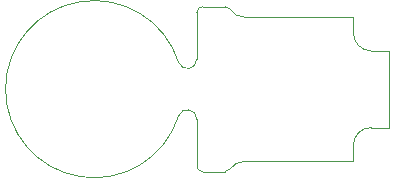
<source format=gbr>
%TF.GenerationSoftware,KiCad,Pcbnew,(5.1.10)-1*%
%TF.CreationDate,2021-10-06T18:23:09-05:00*%
%TF.ProjectId,Flex_02,466c6578-5f30-4322-9e6b-696361645f70,rev?*%
%TF.SameCoordinates,Original*%
%TF.FileFunction,Profile,NP*%
%FSLAX46Y46*%
G04 Gerber Fmt 4.6, Leading zero omitted, Abs format (unit mm)*
G04 Created by KiCad (PCBNEW (5.1.10)-1) date 2021-10-06 18:23:09*
%MOMM*%
%LPD*%
G01*
G04 APERTURE LIST*
%TA.AperFunction,Profile*%
%ADD10C,0.050000*%
%TD*%
G04 APERTURE END LIST*
D10*
X149706767Y-108442725D02*
G75*
G02*
X149707000Y-103842000I-7138767J2300725D01*
G01*
X151268000Y-99648000D02*
X151268000Y-103597000D01*
X151268000Y-112637000D02*
X151268000Y-108688000D01*
X149706553Y-108442646D02*
G75*
G02*
X151268000Y-108688000I761447J-245354D01*
G01*
X151267466Y-103597200D02*
G75*
G02*
X149707000Y-103842000I-799466J200D01*
G01*
X155318000Y-100042000D02*
X164518000Y-100042000D01*
X155318000Y-112242000D02*
X164518000Y-112242000D01*
X153651000Y-99148000D02*
X151768000Y-99148000D01*
X153651000Y-113137000D02*
X151768000Y-113137000D01*
X153650669Y-99147382D02*
G75*
G02*
X154068000Y-99371000I331J-500618D01*
G01*
X154067668Y-112913383D02*
G75*
G02*
X153651000Y-113137000I-416668J276383D01*
G01*
X167518000Y-102892000D02*
X167518000Y-109392000D01*
X151768000Y-113137000D02*
G75*
G02*
X151268000Y-112637000I0J500000D01*
G01*
X151268000Y-99648000D02*
G75*
G02*
X151768000Y-99148000I500000J0D01*
G01*
X155317878Y-100041914D02*
G75*
G02*
X154068000Y-99371000I122J1499914D01*
G01*
X154067996Y-112912851D02*
G75*
G02*
X155318000Y-112242000I1250004J-829149D01*
G01*
X164518000Y-100042000D02*
X164518000Y-101392000D01*
X166018000Y-102892000D02*
X167518000Y-102892000D01*
X167518000Y-109392000D02*
X166018000Y-109392000D01*
X164518000Y-110892000D02*
X164518000Y-112242000D01*
X166018000Y-102892000D02*
G75*
G02*
X164518000Y-101392000I0J1500000D01*
G01*
X164518000Y-110892000D02*
G75*
G02*
X166018000Y-109392000I1500000J0D01*
G01*
M02*

</source>
